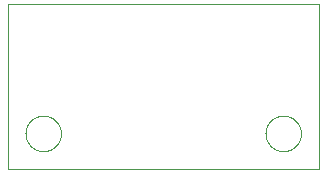
<source format=gbp>
G75*
%MOIN*%
%OFA0B0*%
%FSLAX25Y25*%
%IPPOS*%
%LPD*%
%AMOC8*
5,1,8,0,0,1.08239X$1,22.5*
%
%ADD10C,0.00000*%
D10*
X0001400Y0001400D02*
X0001400Y0056518D01*
X0105022Y0056518D01*
X0105022Y0001400D01*
X0001400Y0001400D01*
X0007305Y0013211D02*
X0007307Y0013364D01*
X0007313Y0013518D01*
X0007323Y0013671D01*
X0007337Y0013823D01*
X0007355Y0013976D01*
X0007377Y0014127D01*
X0007402Y0014278D01*
X0007432Y0014429D01*
X0007466Y0014579D01*
X0007503Y0014727D01*
X0007544Y0014875D01*
X0007589Y0015021D01*
X0007638Y0015167D01*
X0007691Y0015311D01*
X0007747Y0015453D01*
X0007807Y0015594D01*
X0007871Y0015734D01*
X0007938Y0015872D01*
X0008009Y0016008D01*
X0008084Y0016142D01*
X0008161Y0016274D01*
X0008243Y0016404D01*
X0008327Y0016532D01*
X0008415Y0016658D01*
X0008506Y0016781D01*
X0008600Y0016902D01*
X0008698Y0017020D01*
X0008798Y0017136D01*
X0008902Y0017249D01*
X0009008Y0017360D01*
X0009117Y0017468D01*
X0009229Y0017573D01*
X0009343Y0017674D01*
X0009461Y0017773D01*
X0009580Y0017869D01*
X0009702Y0017962D01*
X0009827Y0018051D01*
X0009954Y0018138D01*
X0010083Y0018220D01*
X0010214Y0018300D01*
X0010347Y0018376D01*
X0010482Y0018449D01*
X0010619Y0018518D01*
X0010758Y0018583D01*
X0010898Y0018645D01*
X0011040Y0018703D01*
X0011183Y0018758D01*
X0011328Y0018809D01*
X0011474Y0018856D01*
X0011621Y0018899D01*
X0011769Y0018938D01*
X0011918Y0018974D01*
X0012068Y0019005D01*
X0012219Y0019033D01*
X0012370Y0019057D01*
X0012523Y0019077D01*
X0012675Y0019093D01*
X0012828Y0019105D01*
X0012981Y0019113D01*
X0013134Y0019117D01*
X0013288Y0019117D01*
X0013441Y0019113D01*
X0013594Y0019105D01*
X0013747Y0019093D01*
X0013899Y0019077D01*
X0014052Y0019057D01*
X0014203Y0019033D01*
X0014354Y0019005D01*
X0014504Y0018974D01*
X0014653Y0018938D01*
X0014801Y0018899D01*
X0014948Y0018856D01*
X0015094Y0018809D01*
X0015239Y0018758D01*
X0015382Y0018703D01*
X0015524Y0018645D01*
X0015664Y0018583D01*
X0015803Y0018518D01*
X0015940Y0018449D01*
X0016075Y0018376D01*
X0016208Y0018300D01*
X0016339Y0018220D01*
X0016468Y0018138D01*
X0016595Y0018051D01*
X0016720Y0017962D01*
X0016842Y0017869D01*
X0016961Y0017773D01*
X0017079Y0017674D01*
X0017193Y0017573D01*
X0017305Y0017468D01*
X0017414Y0017360D01*
X0017520Y0017249D01*
X0017624Y0017136D01*
X0017724Y0017020D01*
X0017822Y0016902D01*
X0017916Y0016781D01*
X0018007Y0016658D01*
X0018095Y0016532D01*
X0018179Y0016404D01*
X0018261Y0016274D01*
X0018338Y0016142D01*
X0018413Y0016008D01*
X0018484Y0015872D01*
X0018551Y0015734D01*
X0018615Y0015594D01*
X0018675Y0015453D01*
X0018731Y0015311D01*
X0018784Y0015167D01*
X0018833Y0015021D01*
X0018878Y0014875D01*
X0018919Y0014727D01*
X0018956Y0014579D01*
X0018990Y0014429D01*
X0019020Y0014278D01*
X0019045Y0014127D01*
X0019067Y0013976D01*
X0019085Y0013823D01*
X0019099Y0013671D01*
X0019109Y0013518D01*
X0019115Y0013364D01*
X0019117Y0013211D01*
X0019115Y0013058D01*
X0019109Y0012904D01*
X0019099Y0012751D01*
X0019085Y0012599D01*
X0019067Y0012446D01*
X0019045Y0012295D01*
X0019020Y0012144D01*
X0018990Y0011993D01*
X0018956Y0011843D01*
X0018919Y0011695D01*
X0018878Y0011547D01*
X0018833Y0011401D01*
X0018784Y0011255D01*
X0018731Y0011111D01*
X0018675Y0010969D01*
X0018615Y0010828D01*
X0018551Y0010688D01*
X0018484Y0010550D01*
X0018413Y0010414D01*
X0018338Y0010280D01*
X0018261Y0010148D01*
X0018179Y0010018D01*
X0018095Y0009890D01*
X0018007Y0009764D01*
X0017916Y0009641D01*
X0017822Y0009520D01*
X0017724Y0009402D01*
X0017624Y0009286D01*
X0017520Y0009173D01*
X0017414Y0009062D01*
X0017305Y0008954D01*
X0017193Y0008849D01*
X0017079Y0008748D01*
X0016961Y0008649D01*
X0016842Y0008553D01*
X0016720Y0008460D01*
X0016595Y0008371D01*
X0016468Y0008284D01*
X0016339Y0008202D01*
X0016208Y0008122D01*
X0016075Y0008046D01*
X0015940Y0007973D01*
X0015803Y0007904D01*
X0015664Y0007839D01*
X0015524Y0007777D01*
X0015382Y0007719D01*
X0015239Y0007664D01*
X0015094Y0007613D01*
X0014948Y0007566D01*
X0014801Y0007523D01*
X0014653Y0007484D01*
X0014504Y0007448D01*
X0014354Y0007417D01*
X0014203Y0007389D01*
X0014052Y0007365D01*
X0013899Y0007345D01*
X0013747Y0007329D01*
X0013594Y0007317D01*
X0013441Y0007309D01*
X0013288Y0007305D01*
X0013134Y0007305D01*
X0012981Y0007309D01*
X0012828Y0007317D01*
X0012675Y0007329D01*
X0012523Y0007345D01*
X0012370Y0007365D01*
X0012219Y0007389D01*
X0012068Y0007417D01*
X0011918Y0007448D01*
X0011769Y0007484D01*
X0011621Y0007523D01*
X0011474Y0007566D01*
X0011328Y0007613D01*
X0011183Y0007664D01*
X0011040Y0007719D01*
X0010898Y0007777D01*
X0010758Y0007839D01*
X0010619Y0007904D01*
X0010482Y0007973D01*
X0010347Y0008046D01*
X0010214Y0008122D01*
X0010083Y0008202D01*
X0009954Y0008284D01*
X0009827Y0008371D01*
X0009702Y0008460D01*
X0009580Y0008553D01*
X0009461Y0008649D01*
X0009343Y0008748D01*
X0009229Y0008849D01*
X0009117Y0008954D01*
X0009008Y0009062D01*
X0008902Y0009173D01*
X0008798Y0009286D01*
X0008698Y0009402D01*
X0008600Y0009520D01*
X0008506Y0009641D01*
X0008415Y0009764D01*
X0008327Y0009890D01*
X0008243Y0010018D01*
X0008161Y0010148D01*
X0008084Y0010280D01*
X0008009Y0010414D01*
X0007938Y0010550D01*
X0007871Y0010688D01*
X0007807Y0010828D01*
X0007747Y0010969D01*
X0007691Y0011111D01*
X0007638Y0011255D01*
X0007589Y0011401D01*
X0007544Y0011547D01*
X0007503Y0011695D01*
X0007466Y0011843D01*
X0007432Y0011993D01*
X0007402Y0012144D01*
X0007377Y0012295D01*
X0007355Y0012446D01*
X0007337Y0012599D01*
X0007323Y0012751D01*
X0007313Y0012904D01*
X0007307Y0013058D01*
X0007305Y0013211D01*
X0087305Y0013211D02*
X0087307Y0013364D01*
X0087313Y0013518D01*
X0087323Y0013671D01*
X0087337Y0013823D01*
X0087355Y0013976D01*
X0087377Y0014127D01*
X0087402Y0014278D01*
X0087432Y0014429D01*
X0087466Y0014579D01*
X0087503Y0014727D01*
X0087544Y0014875D01*
X0087589Y0015021D01*
X0087638Y0015167D01*
X0087691Y0015311D01*
X0087747Y0015453D01*
X0087807Y0015594D01*
X0087871Y0015734D01*
X0087938Y0015872D01*
X0088009Y0016008D01*
X0088084Y0016142D01*
X0088161Y0016274D01*
X0088243Y0016404D01*
X0088327Y0016532D01*
X0088415Y0016658D01*
X0088506Y0016781D01*
X0088600Y0016902D01*
X0088698Y0017020D01*
X0088798Y0017136D01*
X0088902Y0017249D01*
X0089008Y0017360D01*
X0089117Y0017468D01*
X0089229Y0017573D01*
X0089343Y0017674D01*
X0089461Y0017773D01*
X0089580Y0017869D01*
X0089702Y0017962D01*
X0089827Y0018051D01*
X0089954Y0018138D01*
X0090083Y0018220D01*
X0090214Y0018300D01*
X0090347Y0018376D01*
X0090482Y0018449D01*
X0090619Y0018518D01*
X0090758Y0018583D01*
X0090898Y0018645D01*
X0091040Y0018703D01*
X0091183Y0018758D01*
X0091328Y0018809D01*
X0091474Y0018856D01*
X0091621Y0018899D01*
X0091769Y0018938D01*
X0091918Y0018974D01*
X0092068Y0019005D01*
X0092219Y0019033D01*
X0092370Y0019057D01*
X0092523Y0019077D01*
X0092675Y0019093D01*
X0092828Y0019105D01*
X0092981Y0019113D01*
X0093134Y0019117D01*
X0093288Y0019117D01*
X0093441Y0019113D01*
X0093594Y0019105D01*
X0093747Y0019093D01*
X0093899Y0019077D01*
X0094052Y0019057D01*
X0094203Y0019033D01*
X0094354Y0019005D01*
X0094504Y0018974D01*
X0094653Y0018938D01*
X0094801Y0018899D01*
X0094948Y0018856D01*
X0095094Y0018809D01*
X0095239Y0018758D01*
X0095382Y0018703D01*
X0095524Y0018645D01*
X0095664Y0018583D01*
X0095803Y0018518D01*
X0095940Y0018449D01*
X0096075Y0018376D01*
X0096208Y0018300D01*
X0096339Y0018220D01*
X0096468Y0018138D01*
X0096595Y0018051D01*
X0096720Y0017962D01*
X0096842Y0017869D01*
X0096961Y0017773D01*
X0097079Y0017674D01*
X0097193Y0017573D01*
X0097305Y0017468D01*
X0097414Y0017360D01*
X0097520Y0017249D01*
X0097624Y0017136D01*
X0097724Y0017020D01*
X0097822Y0016902D01*
X0097916Y0016781D01*
X0098007Y0016658D01*
X0098095Y0016532D01*
X0098179Y0016404D01*
X0098261Y0016274D01*
X0098338Y0016142D01*
X0098413Y0016008D01*
X0098484Y0015872D01*
X0098551Y0015734D01*
X0098615Y0015594D01*
X0098675Y0015453D01*
X0098731Y0015311D01*
X0098784Y0015167D01*
X0098833Y0015021D01*
X0098878Y0014875D01*
X0098919Y0014727D01*
X0098956Y0014579D01*
X0098990Y0014429D01*
X0099020Y0014278D01*
X0099045Y0014127D01*
X0099067Y0013976D01*
X0099085Y0013823D01*
X0099099Y0013671D01*
X0099109Y0013518D01*
X0099115Y0013364D01*
X0099117Y0013211D01*
X0099115Y0013058D01*
X0099109Y0012904D01*
X0099099Y0012751D01*
X0099085Y0012599D01*
X0099067Y0012446D01*
X0099045Y0012295D01*
X0099020Y0012144D01*
X0098990Y0011993D01*
X0098956Y0011843D01*
X0098919Y0011695D01*
X0098878Y0011547D01*
X0098833Y0011401D01*
X0098784Y0011255D01*
X0098731Y0011111D01*
X0098675Y0010969D01*
X0098615Y0010828D01*
X0098551Y0010688D01*
X0098484Y0010550D01*
X0098413Y0010414D01*
X0098338Y0010280D01*
X0098261Y0010148D01*
X0098179Y0010018D01*
X0098095Y0009890D01*
X0098007Y0009764D01*
X0097916Y0009641D01*
X0097822Y0009520D01*
X0097724Y0009402D01*
X0097624Y0009286D01*
X0097520Y0009173D01*
X0097414Y0009062D01*
X0097305Y0008954D01*
X0097193Y0008849D01*
X0097079Y0008748D01*
X0096961Y0008649D01*
X0096842Y0008553D01*
X0096720Y0008460D01*
X0096595Y0008371D01*
X0096468Y0008284D01*
X0096339Y0008202D01*
X0096208Y0008122D01*
X0096075Y0008046D01*
X0095940Y0007973D01*
X0095803Y0007904D01*
X0095664Y0007839D01*
X0095524Y0007777D01*
X0095382Y0007719D01*
X0095239Y0007664D01*
X0095094Y0007613D01*
X0094948Y0007566D01*
X0094801Y0007523D01*
X0094653Y0007484D01*
X0094504Y0007448D01*
X0094354Y0007417D01*
X0094203Y0007389D01*
X0094052Y0007365D01*
X0093899Y0007345D01*
X0093747Y0007329D01*
X0093594Y0007317D01*
X0093441Y0007309D01*
X0093288Y0007305D01*
X0093134Y0007305D01*
X0092981Y0007309D01*
X0092828Y0007317D01*
X0092675Y0007329D01*
X0092523Y0007345D01*
X0092370Y0007365D01*
X0092219Y0007389D01*
X0092068Y0007417D01*
X0091918Y0007448D01*
X0091769Y0007484D01*
X0091621Y0007523D01*
X0091474Y0007566D01*
X0091328Y0007613D01*
X0091183Y0007664D01*
X0091040Y0007719D01*
X0090898Y0007777D01*
X0090758Y0007839D01*
X0090619Y0007904D01*
X0090482Y0007973D01*
X0090347Y0008046D01*
X0090214Y0008122D01*
X0090083Y0008202D01*
X0089954Y0008284D01*
X0089827Y0008371D01*
X0089702Y0008460D01*
X0089580Y0008553D01*
X0089461Y0008649D01*
X0089343Y0008748D01*
X0089229Y0008849D01*
X0089117Y0008954D01*
X0089008Y0009062D01*
X0088902Y0009173D01*
X0088798Y0009286D01*
X0088698Y0009402D01*
X0088600Y0009520D01*
X0088506Y0009641D01*
X0088415Y0009764D01*
X0088327Y0009890D01*
X0088243Y0010018D01*
X0088161Y0010148D01*
X0088084Y0010280D01*
X0088009Y0010414D01*
X0087938Y0010550D01*
X0087871Y0010688D01*
X0087807Y0010828D01*
X0087747Y0010969D01*
X0087691Y0011111D01*
X0087638Y0011255D01*
X0087589Y0011401D01*
X0087544Y0011547D01*
X0087503Y0011695D01*
X0087466Y0011843D01*
X0087432Y0011993D01*
X0087402Y0012144D01*
X0087377Y0012295D01*
X0087355Y0012446D01*
X0087337Y0012599D01*
X0087323Y0012751D01*
X0087313Y0012904D01*
X0087307Y0013058D01*
X0087305Y0013211D01*
M02*

</source>
